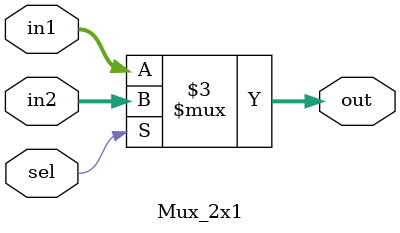
<source format=sv>
module Mux_2x1 #(
    parameter N = 32
) (
    input logic [N-1:0] in1,
    input logic [N-1:0] in2,
    input logic  sel,
    output logic[N-1:0] out
);

always_comb begin
    if (sel) begin
        out = in2;
    end
    else begin
        out = in1;
    end
end
    
endmodule
</source>
